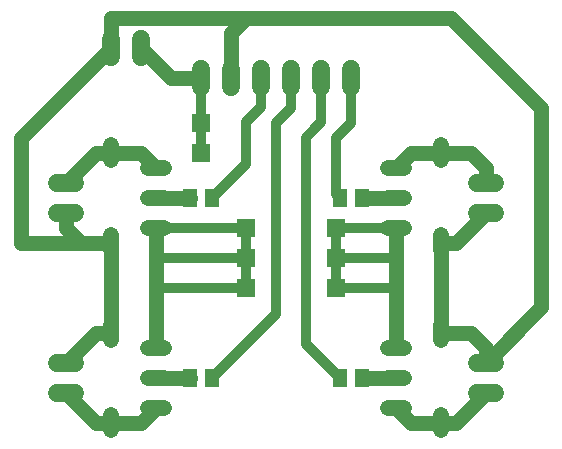
<source format=gbr>
G04 EAGLE Gerber RS-274X export*
G75*
%MOMM*%
%FSLAX34Y34*%
%LPD*%
%INBottom Copper*%
%IPPOS*%
%AMOC8*
5,1,8,0,0,1.08239X$1,22.5*%
G01*
%ADD10C,1.524000*%
%ADD11C,1.320800*%
%ADD12R,1.300000X1.500000*%
%ADD13C,1.270000*%
%ADD14R,1.500000X1.500000*%
%ADD15C,0.812800*%


D10*
X-177800Y309880D02*
X-177800Y325120D01*
X-203200Y325120D02*
X-203200Y309880D01*
X-228600Y309880D02*
X-228600Y325120D01*
X-254000Y325120D02*
X-254000Y309880D01*
X-279400Y309880D02*
X-279400Y325120D01*
X-304800Y325120D02*
X-304800Y309880D01*
D11*
X-101600Y184404D02*
X-101600Y171196D01*
X-101600Y247396D02*
X-101600Y260604D01*
X-101600Y108204D02*
X-101600Y94996D01*
X-101600Y32004D02*
X-101600Y18796D01*
X-381000Y94996D02*
X-381000Y108204D01*
X-381000Y32004D02*
X-381000Y18796D01*
X-381000Y171196D02*
X-381000Y184404D01*
X-381000Y247396D02*
X-381000Y260604D01*
D10*
X-71120Y203200D02*
X-55880Y203200D01*
X-55880Y228600D02*
X-71120Y228600D01*
X-71120Y76200D02*
X-55880Y76200D01*
X-55880Y50800D02*
X-71120Y50800D01*
X-411480Y76200D02*
X-426720Y76200D01*
X-426720Y50800D02*
X-411480Y50800D01*
X-411480Y203200D02*
X-426720Y203200D01*
X-426720Y228600D02*
X-411480Y228600D01*
X-381000Y335280D02*
X-381000Y350520D01*
X-355600Y350520D02*
X-355600Y335280D01*
D12*
X-187300Y215900D03*
X-168300Y215900D03*
X-187300Y63500D03*
X-168300Y63500D03*
X-295300Y63500D03*
X-314300Y63500D03*
X-295300Y215900D03*
X-314300Y215900D03*
D11*
X-146304Y241300D02*
X-133096Y241300D01*
X-133096Y190500D02*
X-146304Y190500D01*
X-146304Y215900D02*
X-133096Y215900D01*
X-133096Y38100D02*
X-146304Y38100D01*
X-146304Y88900D02*
X-133096Y88900D01*
X-133096Y63500D02*
X-146304Y63500D01*
X-336296Y38100D02*
X-349504Y38100D01*
X-349504Y88900D02*
X-336296Y88900D01*
X-336296Y63500D02*
X-349504Y63500D01*
X-349504Y241300D02*
X-336296Y241300D01*
X-336296Y190500D02*
X-349504Y190500D01*
X-349504Y215900D02*
X-336296Y215900D01*
D13*
X-168300Y215900D02*
X-139700Y215900D01*
X-139700Y190500D02*
X-139700Y165100D01*
X-139700Y139700D01*
X-139700Y88900D01*
X-342900Y165100D02*
X-342900Y190500D01*
X-342900Y165100D02*
X-342900Y139700D01*
X-342900Y88900D01*
X-330200Y317500D02*
X-304800Y317500D01*
X-330200Y317500D02*
X-355600Y342900D01*
D14*
X-190500Y190500D03*
X-190500Y165100D03*
X-190500Y139700D03*
X-266700Y190500D03*
X-266700Y165100D03*
X-266700Y139700D03*
X-304800Y279400D03*
X-304800Y254000D03*
D15*
X-304800Y279400D02*
X-304800Y317500D01*
X-304800Y279400D02*
X-304800Y254000D01*
X-266700Y190500D02*
X-266700Y165100D01*
X-266700Y139700D01*
X-190500Y165100D02*
X-190500Y190500D01*
X-190500Y165100D02*
X-190500Y139700D01*
X-190500Y190500D02*
X-139700Y190500D01*
X-139700Y165100D02*
X-190500Y165100D01*
X-190500Y139700D02*
X-139700Y139700D01*
X-266700Y190500D02*
X-342900Y190500D01*
X-342900Y165100D02*
X-266700Y165100D01*
X-266700Y139700D02*
X-342900Y139700D01*
D13*
X-139700Y241300D02*
X-127000Y254000D01*
X-101600Y254000D01*
X-76200Y254000D01*
X-63500Y241300D01*
X-63500Y228600D01*
X-63500Y88900D02*
X-63500Y76200D01*
X-63500Y88900D02*
X-76200Y101600D01*
X-101600Y101600D01*
X-101600Y177800D01*
X-88900Y177800D02*
X-63500Y203200D01*
X-88900Y177800D02*
X-101600Y177800D01*
X-381000Y177800D02*
X-406400Y177800D01*
X-419100Y190500D01*
X-419100Y203200D01*
X-457200Y266700D02*
X-381000Y342900D01*
X-457200Y266700D02*
X-457200Y177800D01*
X-279400Y317500D02*
X-279400Y355600D01*
X-266700Y368300D01*
X-92710Y368300D02*
X-16510Y292100D01*
X-16510Y123190D01*
X-63500Y76200D01*
X-92710Y368300D02*
X-266700Y368300D01*
X-381000Y368300D01*
X-381000Y342900D01*
X-381000Y177800D02*
X-457200Y177800D01*
X-393700Y101600D02*
X-381000Y101600D01*
X-393700Y101600D02*
X-419100Y76200D01*
X-381000Y101600D02*
X-381000Y177800D01*
X-168300Y63500D02*
X-139700Y63500D01*
X-88900Y25400D02*
X-63500Y50800D01*
X-88900Y25400D02*
X-101600Y25400D01*
X-127000Y25400D01*
X-139700Y38100D01*
X-314300Y63500D02*
X-342900Y63500D01*
X-342900Y38100D02*
X-355600Y25400D01*
X-381000Y25400D01*
X-393700Y25400D01*
X-419100Y50800D01*
X-342900Y215900D02*
X-314300Y215900D01*
X-342900Y241300D02*
X-355600Y254000D01*
X-381000Y254000D01*
X-393700Y254000D01*
X-419100Y228600D01*
D15*
X-190500Y219100D02*
X-187300Y215900D01*
X-190500Y266700D02*
X-177800Y279400D01*
X-177800Y317500D01*
X-190500Y266700D02*
X-190500Y219100D01*
X-203200Y279863D02*
X-203200Y317500D01*
X-203200Y279863D02*
X-208788Y274275D01*
X-208788Y273812D01*
X-215900Y266700D01*
X-215900Y92100D02*
X-187300Y63500D01*
X-215900Y92100D02*
X-215900Y266700D01*
X-241300Y117500D02*
X-295300Y63500D01*
X-241300Y279400D02*
X-228600Y292100D01*
X-228600Y317500D01*
X-241300Y279400D02*
X-241300Y117500D01*
X-295300Y215900D02*
X-266700Y244500D01*
X-254000Y292563D02*
X-254000Y317500D01*
X-266700Y279863D02*
X-266700Y244500D01*
X-266700Y279863D02*
X-254000Y292563D01*
M02*

</source>
